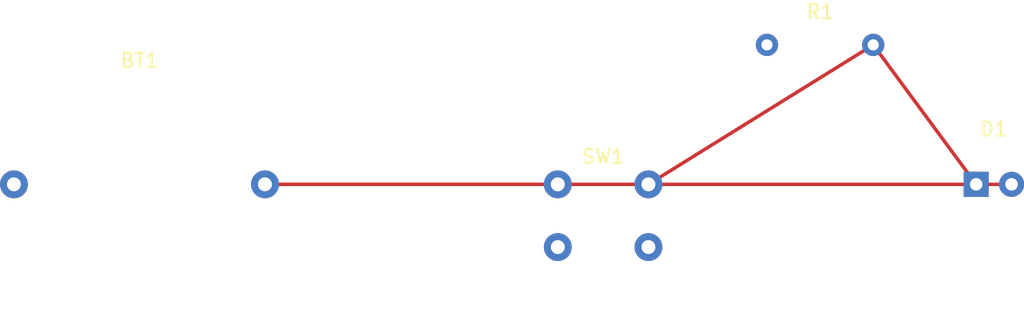
<source format=kicad_pcb>
(kicad_pcb (version 20171130) (host pcbnew 5.1.10)

  (general
    (thickness 1.6)
    (drawings 0)
    (tracks 6)
    (zones 0)
    (modules 4)
    (nets 3)
  )

  (page A4)
  (layers
    (0 F.Cu signal)
    (31 B.Cu signal)
    (32 B.Adhes user)
    (33 F.Adhes user)
    (34 B.Paste user)
    (35 F.Paste user)
    (36 B.SilkS user)
    (37 F.SilkS user)
    (38 B.Mask user)
    (39 F.Mask user)
    (40 Dwgs.User user)
    (41 Cmts.User user)
    (42 Eco1.User user)
    (43 Eco2.User user)
    (44 Edge.Cuts user)
    (45 Margin user)
    (46 B.CrtYd user)
    (47 F.CrtYd user)
    (48 B.Fab user)
    (49 F.Fab user)
  )

  (setup
    (last_trace_width 0.25)
    (trace_clearance 0.2)
    (zone_clearance 0.508)
    (zone_45_only no)
    (trace_min 0.2)
    (via_size 0.8)
    (via_drill 0.4)
    (via_min_size 0.4)
    (via_min_drill 0.3)
    (uvia_size 0.3)
    (uvia_drill 0.1)
    (uvias_allowed no)
    (uvia_min_size 0.2)
    (uvia_min_drill 0.1)
    (edge_width 0.05)
    (segment_width 0.2)
    (pcb_text_width 0.3)
    (pcb_text_size 1.5 1.5)
    (mod_edge_width 0.12)
    (mod_text_size 1 1)
    (mod_text_width 0.15)
    (pad_size 1.524 1.524)
    (pad_drill 0.762)
    (pad_to_mask_clearance 0.051)
    (solder_mask_min_width 0.25)
    (aux_axis_origin 0 0)
    (visible_elements FFFFFF7F)
    (pcbplotparams
      (layerselection 0x010fc_ffffffff)
      (usegerberextensions false)
      (usegerberattributes true)
      (usegerberadvancedattributes true)
      (creategerberjobfile true)
      (excludeedgelayer true)
      (linewidth 0.100000)
      (plotframeref false)
      (viasonmask false)
      (mode 1)
      (useauxorigin false)
      (hpglpennumber 1)
      (hpglpenspeed 20)
      (hpglpendiameter 15.000000)
      (psnegative false)
      (psa4output false)
      (plotreference true)
      (plotvalue true)
      (plotinvisibletext false)
      (padsonsilk false)
      (subtractmaskfromsilk false)
      (outputformat 1)
      (mirror false)
      (drillshape 1)
      (scaleselection 1)
      (outputdirectory ""))
  )

  (net 0 "")
  (net 1 "+BATT")
  (net 2 "GND")

  (net_class Default "This is the default net class."
    (clearance 0.2)
    (trace_width 0.25)
    (via_dia 0.8)
    (via_drill 0.4)
    (uvia_dia 0.3)
    (uvia_drill 0.1)
    (add_net "+BATT")
    (add_net "GND")
  )

  (module Battery:BatteryHolder_Keystone_3000_1x12mm (layer F.Cu) (tedit 589EE147) (tstamp 60000001)
    (at 140 100)
    (descr "CR2032 battery holder")
    (tags "CR2032 battery")
    (path /60000001)
    (fp_text reference BT1 (at 0 -8.89) (layer F.SilkS)
      (effects (font (size 1 1) (thickness 0.15)))
    )
    (fp_text value CR2032 (at 0 8.89) (layer F.Fab)
      (effects (font (size 1 1) (thickness 0.15)))
    )
    (pad 1 thru_hole circle (at -9 0) (size 2 2) (drill 1) (layers *.Cu *.Mask)
      (net 1 "+BATT"))
    (pad 2 thru_hole circle (at 9 0) (size 2 2) (drill 1) (layers *.Cu *.Mask)
      (net 2 "GND"))
  )

  (module Button_Switch_THT:SW_PUSH_6mm (layer F.Cu) (tedit 5A02FE31) (tstamp 60000002)
    (at 170 100)
    (descr "tactile push button, 6x6mm e.g. PHAP33xx series, height=4.3mm")
    (tags "tact sw push 6mm")
    (path /60000002)
    (fp_text reference SW1 (at 3.25 -2) (layer F.SilkS)
      (effects (font (size 1 1) (thickness 0.15)))
    )
    (fp_text value SW_Push (at 3.25 6.7) (layer F.Fab)
      (effects (font (size 1 1) (thickness 0.15)))
    )
    (pad 1 thru_hole circle (at 0 0) (size 2 2) (drill 1) (layers *.Cu *.Mask)
      (net 1 "+BATT"))
    (pad 2 thru_hole circle (at 6.5 0) (size 2 2) (drill 1) (layers *.Cu *.Mask)
      (net 1 "+BATT"))
    (pad 3 thru_hole circle (at 0 4.5) (size 2 2) (drill 1) (layers *.Cu *.Mask)
      (net 1 "+BATT"))
    (pad 4 thru_hole circle (at 6.5 4.5) (size 2 2) (drill 1) (layers *.Cu *.Mask)
      (net 1 "+BATT"))
  )

  (module LED_THT:LED_D5.0mm (layer F.Cu) (tedit 587A3A7B) (tstamp 60000003)
    (at 200 100)
    (descr "LED, diameter 5.0mm, 2 pins")
    (tags "LED diameter 5.0mm 2 pins")
    (path /60000003)
    (fp_text reference D1 (at 1.27 -3.96) (layer F.SilkS)
      (effects (font (size 1 1) (thickness 0.15)))
    )
    (fp_text value LED (at 1.27 3.96) (layer F.Fab)
      (effects (font (size 1 1) (thickness 0.15)))
    )
    (pad 1 thru_hole rect (at 0 0) (size 1.8 1.8) (drill 0.9) (layers *.Cu *.Mask)
      (net 1 "+BATT"))
    (pad 2 thru_hole circle (at 2.54 0) (size 1.8 1.8) (drill 0.9) (layers *.Cu *.Mask)
      (net 2 "GND"))
  )

  (module Resistor_THT:R_Axial_DIN0207_L6.3mm_D2.5mm_P7.62mm_Horizontal (layer F.Cu) (tedit 5AE5139B) (tstamp 60000004)
    (at 185 90)
    (descr "Resistor, Axial_DIN0207 series, Axial, Horizontal, pin pitch=7.62mm, 0.25W = 1/4W, length*diameter=6.3*2.5mm^2")
    (tags "Resistor Axial_DIN0207 series Axial Horizontal pin pitch 7.62mm 0.25W = 1/4W length 6.3mm diameter 2.5mm")
    (path /60000004)
    (fp_text reference R1 (at 3.81 -2.37) (layer F.SilkS)
      (effects (font (size 1 1) (thickness 0.15)))
    )
    (fp_text value 330R (at 3.81 2.37) (layer F.Fab)
      (effects (font (size 1 1) (thickness 0.15)))
    )
    (pad 1 thru_hole circle (at 0 0) (size 1.6 1.6) (drill 0.8) (layers *.Cu *.Mask)
      (net 1 "+BATT"))
    (pad 2 thru_hole circle (at 7.62 0) (size 1.6 1.6) (drill 0.8) (layers *.Cu *.Mask)
      (net 1 "+BATT"))
  )

  (segment (start 149 100) (end 170 100) (width 0.25) (layer F.Cu) (net 1))
  (segment (start 176.5 100) (end 192.62 90) (width 0.25) (layer F.Cu) (net 1))
  (segment (start 192.62 90) (end 200 100) (width 0.25) (layer F.Cu) (net 1))
  (segment (start 149 100) (end 202.54 100) (width 0.25) (layer F.Cu) (net 2))

)

</source>
